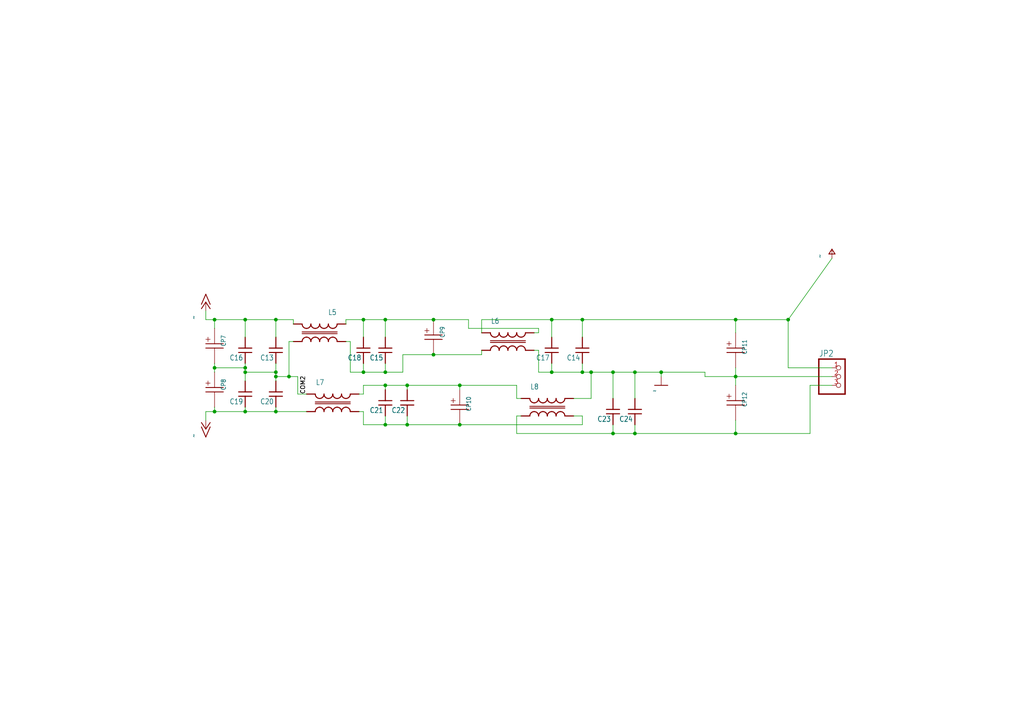
<source format=kicad_sch>
(kicad_sch (version 20211123) (generator eeschema)
  (paper "A4")
  (lib_symbols
    (symbol "FilterSupply_single_simplified_layout-eagle-import:+15V" (power)
      (property "Value" "+15V" (at -2.54 -5.08 90))
      (symbol "+15V_1_0"
        (polyline (pts (xy 0 0) (xy -1.27 -1.905)) (stroke (width 0.254)))
        (polyline (pts (xy 0 2.286) (xy -1.27 -0.635)) (stroke (width 0.254)))
        (polyline (pts (xy 1.27 -1.905) (xy 0 0)) (stroke (width 0.254)))
        (polyline (pts (xy 1.27 -0.635) (xy 0 2.286)) (stroke (width 0.254)))
        (pin power_in line (at 0 -2.54 90) (length 2.54) (name "+15V") (number "1"))
      )
    )
    (symbol "FilterSupply_single_simplified_layout-eagle-import:-15V" (power)
      (property "Value" "-15V" (at -2.54 -2.54 90))
      (symbol "-15V_1_0"
        (polyline (pts (xy -1.27 0.635) (xy 0 -2.286)) (stroke (width 0.254)))
        (polyline (pts (xy -1.27 1.905) (xy 0 0)) (stroke (width 0.254)))
        (polyline (pts (xy 0 -2.286) (xy 1.27 0.635)) (stroke (width 0.254)))
        (polyline (pts (xy 0 0) (xy 1.27 1.905)) (stroke (width 0.254)))
        (pin power_in line (at 0 2.54 270) (length 2.54) (name "-15V") (number "1"))
      )
    )
    (symbol "FilterSupply_single_simplified_layout-eagle-import:CAP-POLPANASONIC_F"
      (property "Reference" "CP" (at -3.175 1.905 0))
      (property "Value" "CAP-POLPANASONIC_F" (at 0 -2.54 0))
      (symbol "CAP-POLPANASONIC_F_1_0"
        (polyline (pts (xy -5.08 0) (xy -0.635 0)) (stroke (width 0.1524)))
        (polyline (pts (xy -2.54 -1.905) (xy -1.27 -1.905)) (stroke (width 0.1524)))
        (polyline (pts (xy -1.905 -1.27) (xy -1.905 -2.54)) (stroke (width 0.1524)))
        (polyline (pts (xy -0.635 0) (xy -0.635 -2.54)) (stroke (width 0.254)))
        (polyline (pts (xy -0.635 2.54) (xy -0.635 0)) (stroke (width 0.254)))
        (polyline (pts (xy 0.635 0) (xy 0.635 -2.54)) (stroke (width 0.254)))
        (polyline (pts (xy 0.635 2.54) (xy 0.635 0)) (stroke (width 0.254)))
        (polyline (pts (xy 5.08 0) (xy 0.635 0)) (stroke (width 0.1524)))
        (pin passive line (at -5.08 0 0) (length 0) (name "P$1") (number "+"))
        (pin passive line (at 5.08 0 180) (length 0) (name "P$2") (number "-"))
      )
    )
    (symbol "FilterSupply_single_simplified_layout-eagle-import:C_MLCC_SMDCMLCC_0603"
      (property "Reference" "C" (at 0.5715 0.0635 0))
      (property "Value" "C_MLCC_SMDCMLCC_0603" (at 0.5715 -4.3815 0))
      (symbol "C_MLCC_SMDCMLCC_0603_1_0"
        (polyline (pts (xy -1.905 -1.905) (xy 0 -1.905)) (stroke (width 0.3048)))
        (polyline (pts (xy 0 -1.905) (xy 0 -5.08)) (stroke (width 0.3048)))
        (polyline (pts (xy 0 -1.905) (xy 1.905 -1.905)) (stroke (width 0.3048)))
        (polyline (pts (xy 0 -0.635) (xy -1.905 -0.635)) (stroke (width 0.3048)))
        (polyline (pts (xy 0 -0.635) (xy 0 2.54)) (stroke (width 0.3048)))
        (polyline (pts (xy 1.905 -0.635) (xy 0 -0.635)) (stroke (width 0.3048)))
        (pin passive line (at 0 2.54 270) (length 0) (name "1") (number "P$1"))
        (pin passive line (at 0 -5.08 90) (length 0) (name "2") (number "P$2"))
      )
    )
    (symbol "FilterSupply_single_simplified_layout-eagle-import:C_MLCC_SMDCMLCC_0805"
      (property "Reference" "C" (at 0.5715 0.0635 0))
      (property "Value" "C_MLCC_SMDCMLCC_0805" (at 0.5715 -4.3815 0))
      (symbol "C_MLCC_SMDCMLCC_0805_1_0"
        (polyline (pts (xy -1.905 -1.905) (xy 0 -1.905)) (stroke (width 0.3048)))
        (polyline (pts (xy 0 -1.905) (xy 0 -5.08)) (stroke (width 0.3048)))
        (polyline (pts (xy 0 -1.905) (xy 1.905 -1.905)) (stroke (width 0.3048)))
        (polyline (pts (xy 0 -0.635) (xy -1.905 -0.635)) (stroke (width 0.3048)))
        (polyline (pts (xy 0 -0.635) (xy 0 2.54)) (stroke (width 0.3048)))
        (polyline (pts (xy 1.905 -0.635) (xy 0 -0.635)) (stroke (width 0.3048)))
        (pin passive line (at 0 2.54 270) (length 0) (name "1") (number "P$1"))
        (pin passive line (at 0 -5.08 90) (length 0) (name "2") (number "P$2"))
      )
    )
    (symbol "FilterSupply_single_simplified_layout-eagle-import:GND" (power)
      (property "Value" "GND" (at -2.54 -2.54 0))
      (symbol "GND_1_0"
        (polyline (pts (xy -1.905 0) (xy 1.905 0)) (stroke (width 0.254)))
        (pin power_in line (at 0 2.54 270) (length 2.54) (name "GND") (number "1"))
      )
    )
    (symbol "FilterSupply_single_simplified_layout-eagle-import:MSD7342"
      (property "Reference" "L" (at -4.954 5.104 0))
      (property "Value" "MSD7342" (at -5.08 -5.08 0))
      (symbol "MSD7342_1_0"
        (arc (start -5.08 2.54) (mid -4.708 1.642) (end -3.81 1.27) (stroke (width 0.3048)))
        (arc (start -3.81 -1.27) (mid -4.708 -1.642) (end -5.08 -2.54) (stroke (width 0.3048)))
        (arc (start -3.81 1.27) (mid -2.912 1.642) (end -2.54 2.54) (stroke (width 0.3048)))
        (arc (start -2.54 -2.54) (mid -2.912 -1.642) (end -3.81 -1.27) (stroke (width 0.3048)))
        (arc (start -2.54 2.54) (mid -2.168 1.642) (end -1.27 1.27) (stroke (width 0.3048)))
        (arc (start -1.27 -1.27) (mid -2.168 -1.642) (end -2.54 -2.54) (stroke (width 0.3048)))
        (arc (start -1.27 1.27) (mid -0.372 1.642) (end 0 2.54) (stroke (width 0.3048)))
        (arc (start 0 -2.54) (mid -0.372 -1.642) (end -1.27 -1.27) (stroke (width 0.3048)))
        (polyline (pts (xy -5.08 -2.54) (xy -7.62 -2.54)) (stroke (width 0.3048)))
        (polyline (pts (xy -5.08 -0.254) (xy 5.08 -0.254)) (stroke (width 0.254)))
        (polyline (pts (xy -5.08 0.254) (xy 5.08 0.254)) (stroke (width 0.254)))
        (polyline (pts (xy -5.08 2.54) (xy -7.62 2.54)) (stroke (width 0.3048)))
        (polyline (pts (xy 5.08 -2.54) (xy 7.62 -2.54)) (stroke (width 0.3048)))
        (polyline (pts (xy 5.08 2.54) (xy 7.62 2.54)) (stroke (width 0.3048)))
        (arc (start 0 2.54) (mid 0.372 1.642) (end 1.27 1.27) (stroke (width 0.3048)))
        (arc (start 1.27 -1.27) (mid 0.372 -1.642) (end 0 -2.54) (stroke (width 0.3048)))
        (arc (start 1.27 1.27) (mid 2.168 1.642) (end 2.54 2.54) (stroke (width 0.3048)))
        (arc (start 2.54 -2.54) (mid 2.168 -1.642) (end 1.27 -1.27) (stroke (width 0.3048)))
        (arc (start 2.54 2.54) (mid 2.912 1.642) (end 3.81 1.27) (stroke (width 0.3048)))
        (arc (start 3.81 -1.27) (mid 2.912 -1.642) (end 2.54 -2.54) (stroke (width 0.3048)))
        (arc (start 3.81 1.27) (mid 4.708 1.642) (end 5.08 2.54) (stroke (width 0.3048)))
        (arc (start 5.08 -2.54) (mid 4.708 -1.642) (end 3.81 -1.27) (stroke (width 0.3048)))
        (pin passive line (at -7.62 -2.54 0) (length 2.54) (name "1") (number "1"))
        (pin passive line (at -7.62 2.54 0) (length 2.54) (name "2") (number "2"))
        (pin passive line (at 7.62 -2.54 180) (length 2.54) (name "3") (number "3"))
        (pin passive line (at 7.62 2.54 180) (length 2.54) (name "4") (number "4"))
      )
    )
    (symbol "FilterSupply_single_simplified_layout-eagle-import:PINHD-1X3"
      (property "Reference" "JP" (at -6.35 5.715 0))
      (property "Value" "PINHD-1X3" (at -6.35 -7.62 0))
      (symbol "PINHD-1X3_1_0"
        (polyline (pts (xy -6.35 -5.08) (xy 1.27 -5.08)) (stroke (width 0.4064)))
        (polyline (pts (xy -6.35 5.08) (xy -6.35 -5.08)) (stroke (width 0.4064)))
        (polyline (pts (xy 1.27 -5.08) (xy 1.27 5.08)) (stroke (width 0.4064)))
        (polyline (pts (xy 1.27 5.08) (xy -6.35 5.08)) (stroke (width 0.4064)))
        (pin passive inverted (at -2.54 2.54 0) (length 2.54) (name "1") (number "1"))
        (pin passive inverted (at -2.54 0 0) (length 2.54) (name "2") (number "2"))
        (pin passive inverted (at -2.54 -2.54 0) (length 2.54) (name "3") (number "3"))
      )
    )
    (symbol "FilterSupply_single_simplified_layout-eagle-import:V+" (power)
      (property "Value" "V+" (at -2.54 -2.54 90))
      (symbol "V+_1_0"
        (polyline (pts (xy -0.889 -1.27) (xy 0.889 -1.27)) (stroke (width 0.254)))
        (polyline (pts (xy 0 0.127) (xy -0.889 -1.27)) (stroke (width 0.254)))
        (polyline (pts (xy 0.889 -1.27) (xy 0 0.127)) (stroke (width 0.254)))
        (pin power_in line (at 0 -2.54 90) (length 2.54) (name "V+") (number "1"))
      )
    )
  )
  (junction (at 125.73 102.87))
  (junction (at 118.11 111.76))
  (junction (at 80.01 107.95))
  (junction (at 228.6 92.71))
  (junction (at 171.45 107.95))
  (junction (at 111.76 92.71))
  (junction (at 168.91 92.71))
  (junction (at 83.82 109.22))
  (junction (at 71.12 119.38))
  (junction (at 168.91 107.95))
  (junction (at 213.36 92.71))
  (junction (at 118.11 123.19))
  (junction (at 111.76 111.76))
  (junction (at 191.77 107.95))
  (junction (at 80.01 109.22))
  (junction (at 213.36 109.22))
  (junction (at 160.02 92.71))
  (junction (at 62.23 119.38))
  (junction (at 177.8 125.73))
  (junction (at 62.23 106.68))
  (junction (at 105.41 92.71))
  (junction (at 71.12 106.68))
  (junction (at 71.12 92.71))
  (junction (at 80.01 92.71))
  (junction (at 133.35 111.76))
  (junction (at 213.36 125.73))
  (junction (at 177.8 107.95))
  (junction (at 111.76 123.19))
  (junction (at 125.73 92.71))
  (junction (at 71.12 107.95))
  (junction (at 62.23 92.71))
  (junction (at 105.41 107.95))
  (junction (at 184.15 107.95))
  (junction (at 184.15 125.73))
  (junction (at 80.01 119.38))
  (junction (at 160.02 107.95))
  (junction (at 111.76 107.95))
  (junction (at 133.35 123.19))
  (wire (pts (xy 71.12 92.71) (xy 62.23 92.71)))
  (wire (pts (xy 139.7 102.87) (xy 139.7 101.6)))
  (wire (pts (xy 71.12 110.49) (xy 71.12 107.95)))
  (wire (pts (xy 166.37 115.57) (xy 171.45 115.57)))
  (wire (pts (xy 80.01 119.38) (xy 88.9 119.38)))
  (wire (pts (xy 139.7 96.52) (xy 139.7 92.71)))
  (wire (pts (xy 71.12 107.95) (xy 80.01 107.95)))
  (wire (pts (xy 83.82 109.22) (xy 80.01 109.22)))
  (wire (pts (xy 241.3 109.22) (xy 213.36 109.22)))
  (wire (pts (xy 168.91 92.71) (xy 213.36 92.71)))
  (wire (pts (xy 62.23 118.11) (xy 62.23 119.38)))
  (wire (pts (xy 149.86 120.65) (xy 151.13 120.65)))
  (wire (pts (xy 156.21 101.6) (xy 156.21 107.95)))
  (wire (pts (xy 105.41 105.41) (xy 105.41 107.95)))
  (wire (pts (xy 171.45 107.95) (xy 177.8 107.95)))
  (wire (pts (xy 101.6 99.06) (xy 101.6 107.95)))
  (wire (pts (xy 213.36 121.92) (xy 213.36 125.73)))
  (wire (pts (xy 125.73 92.71) (xy 135.89 92.71)))
  (wire (pts (xy 133.35 111.76) (xy 118.11 111.76)))
  (wire (pts (xy 86.36 109.22) (xy 83.82 109.22)))
  (wire (pts (xy 171.45 115.57) (xy 171.45 107.95)))
  (wire (pts (xy 160.02 97.79) (xy 160.02 92.71)))
  (wire (pts (xy 71.12 119.38) (xy 62.23 119.38)))
  (wire (pts (xy 62.23 106.68) (xy 62.23 107.95)))
  (wire (pts (xy 133.35 113.03) (xy 133.35 111.76)))
  (wire (pts (xy 71.12 106.68) (xy 71.12 107.95)))
  (wire (pts (xy 85.09 99.06) (xy 83.82 99.06)))
  (wire (pts (xy 86.36 114.3) (xy 86.36 109.22)))
  (wire (pts (xy 168.91 105.41) (xy 168.91 107.95)))
  (wire (pts (xy 111.76 123.19) (xy 118.11 123.19)))
  (wire (pts (xy 111.76 105.41) (xy 111.76 107.95)))
  (wire (pts (xy 184.15 115.57) (xy 184.15 107.95)))
  (wire (pts (xy 62.23 119.38) (xy 59.69 119.38)))
  (wire (pts (xy 80.01 92.71) (xy 71.12 92.71)))
  (wire (pts (xy 149.86 111.76) (xy 133.35 111.76)))
  (wire (pts (xy 166.37 120.65) (xy 168.91 120.65)))
  (wire (pts (xy 111.76 92.71) (xy 125.73 92.71)))
  (wire (pts (xy 111.76 111.76) (xy 111.76 113.03)))
  (wire (pts (xy 149.86 115.57) (xy 149.86 111.76)))
  (wire (pts (xy 111.76 123.19) (xy 111.76 120.65)))
  (wire (pts (xy 135.89 95.25) (xy 135.89 92.71)))
  (wire (pts (xy 156.21 107.95) (xy 160.02 107.95)))
  (wire (pts (xy 85.09 92.71) (xy 85.09 93.98)))
  (wire (pts (xy 116.84 102.87) (xy 125.73 102.87)))
  (wire (pts (xy 160.02 92.71) (xy 168.91 92.71)))
  (wire (pts (xy 213.36 111.76) (xy 213.36 109.22)))
  (wire (pts (xy 105.41 111.76) (xy 111.76 111.76)))
  (wire (pts (xy 139.7 92.71) (xy 160.02 92.71)))
  (wire (pts (xy 105.41 97.79) (xy 105.41 92.71)))
  (wire (pts (xy 105.41 92.71) (xy 111.76 92.71)))
  (wire (pts (xy 118.11 111.76) (xy 118.11 113.03)))
  (wire (pts (xy 213.36 109.22) (xy 213.36 106.68)))
  (wire (pts (xy 241.3 106.68) (xy 228.6 106.68)))
  (wire (pts (xy 85.09 92.71) (xy 80.01 92.71)))
  (wire (pts (xy 191.77 107.95) (xy 191.77 109.22)))
  (wire (pts (xy 191.77 107.95) (xy 204.47 107.95)))
  (wire (pts (xy 59.69 119.38) (xy 59.69 121.92)))
  (wire (pts (xy 83.82 99.06) (xy 83.82 109.22)))
  (wire (pts (xy 184.15 107.95) (xy 191.77 107.95)))
  (wire (pts (xy 88.9 114.3) (xy 86.36 114.3)))
  (wire (pts (xy 62.23 95.25) (xy 62.23 92.71)))
  (wire (pts (xy 168.91 123.19) (xy 168.91 120.65)))
  (wire (pts (xy 213.36 92.71) (xy 228.6 92.71)))
  (wire (pts (xy 234.95 111.76) (xy 241.3 111.76)))
  (wire (pts (xy 104.14 114.3) (xy 105.41 114.3)))
  (wire (pts (xy 160.02 107.95) (xy 168.91 107.95)))
  (wire (pts (xy 100.33 92.71) (xy 100.33 93.98)))
  (wire (pts (xy 118.11 123.19) (xy 118.11 120.65)))
  (wire (pts (xy 184.15 125.73) (xy 213.36 125.73)))
  (wire (pts (xy 234.95 125.73) (xy 234.95 111.76)))
  (wire (pts (xy 80.01 110.49) (xy 80.01 109.22)))
  (wire (pts (xy 125.73 102.87) (xy 139.7 102.87)))
  (wire (pts (xy 105.41 123.19) (xy 111.76 123.19)))
  (wire (pts (xy 133.35 123.19) (xy 118.11 123.19)))
  (wire (pts (xy 149.86 115.57) (xy 151.13 115.57)))
  (wire (pts (xy 71.12 118.11) (xy 71.12 119.38)))
  (wire (pts (xy 213.36 109.22) (xy 204.47 109.22)))
  (wire (pts (xy 149.86 125.73) (xy 149.86 120.65)))
  (wire (pts (xy 156.21 96.52) (xy 156.21 95.25)))
  (wire (pts (xy 154.94 101.6) (xy 156.21 101.6)))
  (wire (pts (xy 71.12 97.79) (xy 71.12 92.71)))
  (wire (pts (xy 184.15 125.73) (xy 177.8 125.73)))
  (wire (pts (xy 80.01 118.11) (xy 80.01 119.38)))
  (wire (pts (xy 59.69 90.17) (xy 59.69 92.71)))
  (wire (pts (xy 80.01 105.41) (xy 80.01 107.95)))
  (wire (pts (xy 80.01 119.38) (xy 71.12 119.38)))
  (wire (pts (xy 116.84 107.95) (xy 111.76 107.95)))
  (wire (pts (xy 228.6 106.68) (xy 228.6 92.71)))
  (wire (pts (xy 105.41 119.38) (xy 105.41 123.19)))
  (wire (pts (xy 177.8 115.57) (xy 177.8 107.95)))
  (wire (pts (xy 116.84 107.95) (xy 116.84 102.87)))
  (wire (pts (xy 111.76 111.76) (xy 118.11 111.76)))
  (wire (pts (xy 160.02 105.41) (xy 160.02 107.95)))
  (wire (pts (xy 156.21 95.25) (xy 135.89 95.25)))
  (wire (pts (xy 228.6 92.71) (xy 241.3 74.93)))
  (wire (pts (xy 154.94 96.52) (xy 156.21 96.52)))
  (wire (pts (xy 105.41 114.3) (xy 105.41 111.76)))
  (wire (pts (xy 177.8 123.19) (xy 177.8 125.73)))
  (wire (pts (xy 111.76 92.71) (xy 111.76 97.79)))
  (wire (pts (xy 204.47 107.95) (xy 204.47 109.22)))
  (wire (pts (xy 100.33 92.71) (xy 105.41 92.71)))
  (wire (pts (xy 213.36 96.52) (xy 213.36 92.71)))
  (wire (pts (xy 62.23 92.71) (xy 59.69 92.71)))
  (wire (pts (xy 177.8 107.95) (xy 184.15 107.95)))
  (wire (pts (xy 100.33 99.06) (xy 101.6 99.06)))
  (wire (pts (xy 105.41 107.95) (xy 111.76 107.95)))
  (wire (pts (xy 184.15 123.19) (xy 184.15 125.73)))
  (wire (pts (xy 101.6 107.95) (xy 105.41 107.95)))
  (wire (pts (xy 168.91 107.95) (xy 171.45 107.95)))
  (wire (pts (xy 177.8 125.73) (xy 149.86 125.73)))
  (wire (pts (xy 80.01 97.79) (xy 80.01 92.71)))
  (wire (pts (xy 168.91 97.79) (xy 168.91 92.71)))
  (wire (pts (xy 213.36 125.73) (xy 234.95 125.73)))
  (wire (pts (xy 71.12 105.41) (xy 71.12 106.68)))
  (wire (pts (xy 80.01 109.22) (xy 80.01 107.95)))
  (wire (pts (xy 133.35 123.19) (xy 168.91 123.19)))
  (wire (pts (xy 104.14 119.38) (xy 105.41 119.38)))
  (wire (pts (xy 62.23 105.41) (xy 62.23 106.68)))
  (wire (pts (xy 62.23 106.68) (xy 71.12 106.68)))
  (label "COM2" (at 88.9 114.3 90) (effects (font (size 1.2446 1.2446))))
  (label "COM2" (at 88.9 114.3 90) (effects (font (size 1.2446 1.2446))))
  (symbol (lib_id "FilterSupply_single_simplified_layout-eagle-import:C_MLCC_SMDCMLCC_0805") (at 71.12 115.57 180) (unit 1)
    (property "Reference" "C19" (at 70.5485 115.6335 0) (effects (font (size 1.524 1.2954)) (justify left bottom)))
  )
  (symbol (lib_id "FilterSupply_single_simplified_layout-eagle-import:C_MLCC_SMDCMLCC_0603") (at 184.15 120.65 180) (unit 1)
    (property "Reference" "C24" (at 183.5785 120.7135 0) (effects (font (size 1.524 1.2954)) (justify left bottom)))
  )
  (symbol (lib_id "FilterSupply_single_simplified_layout-eagle-import:CAP-POLPANASONIC_F") (at 213.36 101.6 270) (unit 1)
    (property "Reference" "CP11" (at 215.265 98.425 0) (effects (font (size 1.27 1.0795)) (justify left bottom)))
  )
  (symbol (lib_id "FilterSupply_single_simplified_layout-eagle-import:CAP-POLPANASONIC_F") (at 213.36 116.84 270) (unit 1)
    (property "Reference" "CP12" (at 215.265 113.665 0) (effects (font (size 1.27 1.0795)) (justify left bottom)))
  )
  (symbol (lib_id "FilterSupply_single_simplified_layout-eagle-import:MSD7342") (at 96.52 116.84 0) (unit 1)
    (property "Reference" "L7" (at 91.566 111.736 0) (effects (font (size 1.524 1.2954)) (justify left bottom)))
  )
  (symbol (lib_id "FilterSupply_single_simplified_layout-eagle-import:MSD7342") (at 158.75 118.11 0) (unit 1)
    (property "Reference" "L8" (at 153.796 113.006 0) (effects (font (size 1.524 1.2954)) (justify left bottom)))
  )
  (symbol (lib_id "FilterSupply_single_simplified_layout-eagle-import:C_MLCC_SMDCMLCC_0805") (at 80.01 102.87 180) (unit 1)
    (property "Reference" "C13" (at 79.4385 102.9335 0) (effects (font (size 1.524 1.2954)) (justify left bottom)))
  )
  (symbol (lib_id "FilterSupply_single_simplified_layout-eagle-import:+15V") (at 59.69 87.63 0) (unit 1)
    (property "Reference" "#P+3" (effects hide))
  )
  (symbol (lib_id "FilterSupply_single_simplified_layout-eagle-import:CAP-POLPANASONIC_F") (at 133.35 118.11 270) (unit 1)
    (property "Reference" "CP10" (at 135.255 114.935 0) (effects (font (size 1.27 1.0795)) (justify left bottom)))
  )
  (symbol (lib_id "FilterSupply_single_simplified_layout-eagle-import:C_MLCC_SMDCMLCC_0603") (at 111.76 102.87 180) (unit 1)
    (property "Reference" "C15" (at 111.1885 102.9335 0) (effects (font (size 1.524 1.2954)) (justify left bottom)))
  )
  (symbol (lib_id "FilterSupply_single_simplified_layout-eagle-import:C_MLCC_SMDCMLCC_0603") (at 168.91 102.87 180) (unit 1)
    (property "Reference" "C14" (at 168.3385 102.9335 0) (effects (font (size 1.524 1.2954)) (justify left bottom)))
  )
  (symbol (lib_id "FilterSupply_single_simplified_layout-eagle-import:C_MLCC_SMDCMLCC_0805") (at 80.01 115.57 180) (unit 1)
    (property "Reference" "C20" (at 79.4385 115.6335 0) (effects (font (size 1.524 1.2954)) (justify left bottom)))
  )
  (symbol (lib_id "FilterSupply_single_simplified_layout-eagle-import:C_MLCC_SMDCMLCC_0603") (at 118.11 118.11 180) (unit 1)
    (property "Reference" "C22" (at 117.5385 118.1735 0) (effects (font (size 1.524 1.2954)) (justify left bottom)))
  )
  (symbol (lib_id "FilterSupply_single_simplified_layout-eagle-import:GND") (at 191.77 111.76 0) (unit 1)
    (property "Reference" "#GND2" (effects hide))
  )
  (symbol (lib_id "FilterSupply_single_simplified_layout-eagle-import:C_MLCC_SMDCMLCC_0603") (at 160.02 102.87 180) (unit 1)
    (property "Reference" "C17" (at 159.4485 102.9335 0) (effects (font (size 1.524 1.2954)) (justify left bottom)))
  )
  (symbol (lib_id "FilterSupply_single_simplified_layout-eagle-import:C_MLCC_SMDCMLCC_0603") (at 177.8 120.65 180) (unit 1)
    (property "Reference" "C23" (at 177.2285 120.7135 0) (effects (font (size 1.524 1.2954)) (justify left bottom)))
  )
  (symbol (lib_id "FilterSupply_single_simplified_layout-eagle-import:CAP-POLPANASONIC_F") (at 62.23 113.03 270) (unit 1)
    (property "Reference" "CP8" (at 64.135 109.855 0) (effects (font (size 1.27 1.0795)) (justify left bottom)))
  )
  (symbol (lib_id "FilterSupply_single_simplified_layout-eagle-import:MSD7342") (at 147.32 99.06 0) (unit 1)
    (property "Reference" "L6" (at 142.366 93.956 0) (effects (font (size 1.524 1.2954)) (justify left bottom)))
  )
  (symbol (lib_id "FilterSupply_single_simplified_layout-eagle-import:V+") (at 241.3 72.39 0) (unit 1)
    (property "Reference" "#P+4" (effects hide))
  )
  (symbol (lib_id "FilterSupply_single_simplified_layout-eagle-import:-15V") (at 59.69 124.46 0) (unit 1)
    (property "Reference" "#P-2" (effects hide))
  )
  (symbol (lib_id "FilterSupply_single_simplified_layout-eagle-import:C_MLCC_SMDCMLCC_0805") (at 71.12 102.87 180) (unit 1)
    (property "Reference" "C16" (at 70.5485 102.9335 0) (effects (font (size 1.524 1.2954)) (justify left bottom)))
  )
  (symbol (lib_id "FilterSupply_single_simplified_layout-eagle-import:MSD7342") (at 92.71 96.52 0) (mirror y) (unit 1)
    (property "Reference" "L5" (at 97.664 91.416 0) (effects (font (size 1.524 1.2954)) (justify left bottom)))
  )
  (symbol (lib_id "FilterSupply_single_simplified_layout-eagle-import:C_MLCC_SMDCMLCC_0603") (at 105.41 102.87 180) (unit 1)
    (property "Reference" "C18" (at 104.8385 102.9335 0) (effects (font (size 1.524 1.2954)) (justify left bottom)))
  )
  (symbol (lib_id "FilterSupply_single_simplified_layout-eagle-import:C_MLCC_SMDCMLCC_0603") (at 111.76 118.11 180) (unit 1)
    (property "Reference" "C21" (at 111.1885 118.1735 0) (effects (font (size 1.524 1.2954)) (justify left bottom)))
  )
  (symbol (lib_id "FilterSupply_single_simplified_layout-eagle-import:PINHD-1X3") (at 243.84 109.22 0) (unit 1)
    (property "Reference" "JP2" (at 237.49 103.505 0) (effects (font (size 1.778 1.5113)) (justify left bottom)))
  )
  (symbol (lib_id "FilterSupply_single_simplified_layout-eagle-import:CAP-POLPANASONIC_F") (at 125.73 97.79 270) (unit 1)
    (property "Reference" "CP9" (at 127.635 94.615 0) (effects (font (size 1.27 1.0795)) (justify left bottom)))
  )
  (symbol (lib_id "FilterSupply_single_simplified_layout-eagle-import:CAP-POLPANASONIC_F") (at 62.23 100.33 270) (unit 1)
    (property "Reference" "CP7" (at 64.135 97.155 0) (effects (font (size 1.27 1.0795)) (justify left bottom)))
  )
)
</source>
